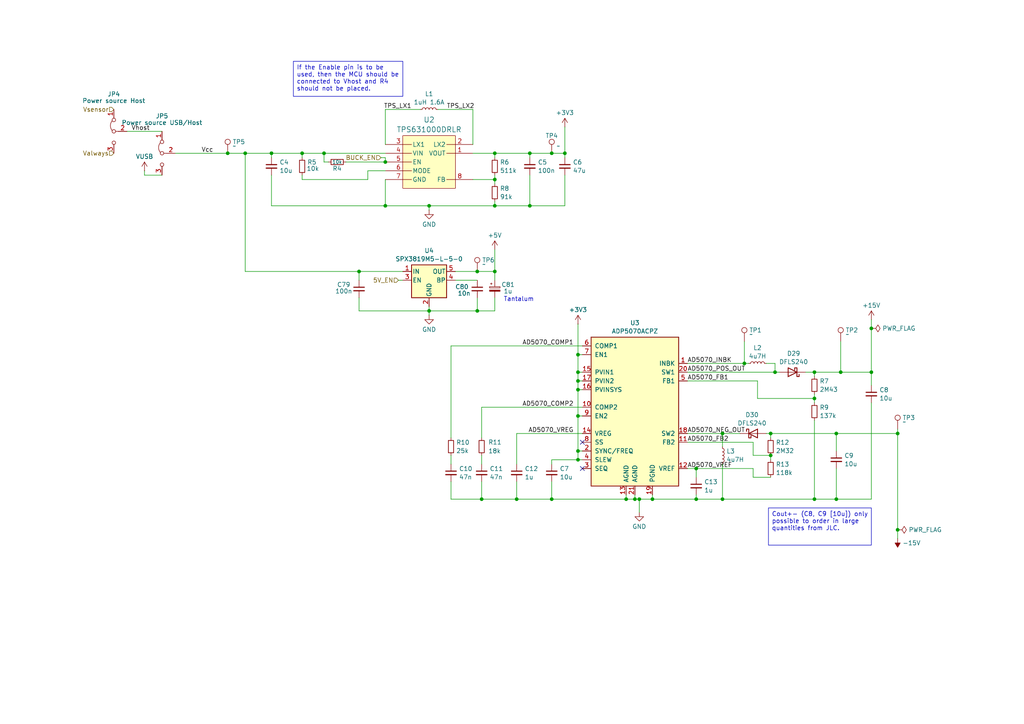
<source format=kicad_sch>
(kicad_sch (version 20250114) (generator "eeschema") (generator_version "9.0")
  (paper "A4")
  (title_block (title "Zoutwachter Measurement-Switch") (date "2025-06-01") (rev "0.3") (company "Avalution Engineering / Pollex"))
  (lib_symbols
    (symbol "Connector:TestPoint" (pin_numbers (hide yes)) (pin_names (offset 0.762) (hide yes))
      (property "Reference" "TP" (at 0 6.858 0))
      (property "Value" "TestPoint" (at 0 5.08 0))
      (symbol "TestPoint_0_1"
        (circle (center 0 3.302) (radius 0.762))
      )
      (symbol "TestPoint_1_1"
        (pin passive line (at 0 0 90) (length 2.54) (name "1") (number "1"))
      )
    )
    (symbol "Device:C_Polarized_Small" (pin_numbers (hide yes)) (pin_names (offset 0.254) (hide yes))
      (property "Reference" "C" (at 0.254 1.778 0))
      (property "Value" "C_Polarized_Small" (at 0.254 -2.032 0))
      (symbol "C_Polarized_Small_0_1"
        (rectangle (start -1.524 0.6858) (end 1.524 0.3048))
        (rectangle (start -1.524 -0.3048) (end 1.524 -0.6858) (fill (type outline)))
        (polyline (pts (xy -1.27 1.524) (xy -0.762 1.524)))
        (polyline (pts (xy -1.016 1.27) (xy -1.016 1.778)))
      )
      (symbol "C_Polarized_Small_1_1"
        (pin passive line (at 0 2.54 270) (length 1.8542) (name "~") (number "1"))
        (pin passive line (at 0 -2.54 90) (length 1.8542) (name "~") (number "2"))
      )
    )
    (symbol "Device:C_Small" (pin_numbers (hide yes)) (pin_names (offset 0.254) (hide yes))
      (property "Reference" "C" (at 0.254 1.778 0))
      (property "Value" "C_Small" (at 0.254 -2.032 0))
      (symbol "C_Small_0_1"
        (polyline (pts (xy -1.524 0.508) (xy 1.524 0.508)) (stroke (width 0.3048)))
        (polyline (pts (xy -1.524 -0.508) (xy 1.524 -0.508)) (stroke (width 0.3302)))
      )
      (symbol "C_Small_1_1"
        (pin passive line (at 0 2.54 270) (length 2.032) (name "~") (number "1"))
        (pin passive line (at 0 -2.54 90) (length 2.032) (name "~") (number "2"))
      )
    )
    (symbol "Device:D_Schottky" (pin_numbers (hide yes)) (pin_names (offset 1.016) (hide yes))
      (property "Reference" "D" (at 0 2.54 0))
      (property "Value" "D_Schottky" (at 0 -2.54 0))
      (symbol "D_Schottky_0_1"
        (polyline (pts (xy -1.905 0.635) (xy -1.905 1.27) (xy -1.27 1.27) (xy -1.27 -1.27) (xy -0.635 -1.27) (xy -0.635 -0.635)) (stroke (width 0.254)))
        (polyline (pts (xy 1.27 1.27) (xy 1.27 -1.27) (xy -1.27 0) (xy 1.27 1.27)) (stroke (width 0.254)))
        (polyline (pts (xy 1.27 0) (xy -1.27 0)))
      )
      (symbol "D_Schottky_1_1"
        (pin passive line (at -3.81 0 0) (length 2.54) (name "K") (number "1"))
        (pin passive line (at 3.81 0 180) (length 2.54) (name "A") (number "2"))
      )
    )
    (symbol "Device:L_Small" (pin_numbers (hide yes)) (pin_names (offset 0.254) (hide yes))
      (property "Reference" "L" (at 0.762 1.016 0))
      (property "Value" "L_Small" (at 0.762 -1.016 0))
      (symbol "L_Small_0_1"
        (arc (start 0 2.032) (mid 0.5058 1.524) (end 0 1.016))
        (arc (start 0 1.016) (mid 0.5058 0.508) (end 0 0))
        (arc (start 0 0) (mid 0.5058 -0.508) (end 0 -1.016))
        (arc (start 0 -1.016) (mid 0.5058 -1.524) (end 0 -2.032))
      )
      (symbol "L_Small_1_1"
        (pin passive line (at 0 2.54 270) (length 0.508) (name "~") (number "1"))
        (pin passive line (at 0 -2.54 90) (length 0.508) (name "~") (number "2"))
      )
    )
    (symbol "Device:R_Small" (pin_numbers (hide yes)) (pin_names (offset 0.254) (hide yes))
      (property "Reference" "R" (at 0 0 90))
      (property "Value" "R_Small" (at 1.778 0 90))
      (symbol "R_Small_0_1"
        (rectangle (start -0.762 1.778) (end 0.762 -1.778) (stroke (width 0.2032)))
      )
      (symbol "R_Small_1_1"
        (pin passive line (at 0 2.54 270) (length 0.762) (name "~") (number "1"))
        (pin passive line (at 0 -2.54 90) (length 0.762) (name "~") (number "2"))
      )
    )
    (symbol "Jumper:Jumper_3_Bridged12" (pin_names (offset 0) (hide yes))
      (property "Reference" "JP" (at -2.54 -2.54 0))
      (property "Value" "Jumper_3_Bridged12" (at 0 2.794 0))
      (symbol "Jumper_3_Bridged12_0_0"
        (circle (center -3.302 0) (radius 0.508))
        (circle (center 0 0) (radius 0.508))
        (circle (center 3.302 0) (radius 0.508))
      )
      (symbol "Jumper_3_Bridged12_0_1"
        (arc (start -3.048 0.508) (mid -1.651 0.9912) (end -0.254 0.508))
        (polyline (pts (xy 0 -1.27) (xy 0 -0.508)))
      )
      (symbol "Jumper_3_Bridged12_1_1"
        (pin passive line (at -6.35 0 0) (length 2.54) (name "A") (number "1"))
        (pin passive line (at 0 -3.81 90) (length 2.54) (name "C") (number "2"))
        (pin passive line (at 6.35 0 180) (length 2.54) (name "B") (number "3"))
      )
    )
    (symbol "Regulator_Linear:SPX3819M5-L-5-0" (pin_names (offset 0.254))
      (property "Reference" "U" (at -3.81 5.715 0))
      (property "Value" "SPX3819M5-L-5-0" (at 0 5.715 0))
      (symbol "SPX3819M5-L-5-0_0_1"
        (rectangle (start -5.08 4.445) (end 5.08 -5.08) (stroke (width 0.254)) (fill (type background)))
      )
      (symbol "SPX3819M5-L-5-0_1_1"
        (pin power_in line (at -7.62 2.54 0) (length 2.54) (name "IN") (number "1"))
        (pin input line (at -7.62 0 0) (length 2.54) (name "EN") (number "3"))
        (pin power_in line (at 0 -7.62 90) (length 2.54) (name "GND") (number "2"))
        (pin power_out line (at 7.62 2.54 180) (length 2.54) (name "OUT") (number "5"))
        (pin input line (at 7.62 0 180) (length 2.54) (name "BP") (number "4"))
      )
    )
    (symbol "TPS631000:TPS631000DRLR" (pin_names (offset 0.254))
      (property "Reference" "U" (at 15.24 8.89 0))
      (property "Value" "TPS631000DRLR" (at 15.24 6.35 0))
      (symbol "TPS631000DRLR_0_1"
        (pin power_in line (at 2.54 1.27 0) (length 7.62) (name "LX1") (number "3"))
        (pin power_in line (at 2.54 -1.27 0) (length 7.62) (name "VIN") (number "4"))
        (pin input line (at 2.54 -3.81 0) (length 7.62) (name "EN") (number "5"))
        (pin input line (at 2.54 -6.35 0) (length 7.62) (name "MODE") (number "6"))
        (pin power_in line (at 2.54 -8.89 0) (length 7.62) (name "GND") (number "7"))
        (pin power_in line (at 27.94 1.27 180) (length 7.62) (name "LX2") (number "2"))
        (pin power_in line (at 27.94 -1.27 180) (length 7.62) (name "VOUT") (number "1"))
        (pin input line (at 27.94 -8.89 180) (length 7.62) (name "FB") (number "8"))
      )
      (symbol "TPS631000DRLR_1_1"
        (rectangle (start 7.62 3.81) (end 22.86 -11.43) (fill (type background)))
      )
    )
    (symbol "custom_library:ADP5070ACPZ" (pin_names (offset 1.016))
      (property "Reference" "U3" (at 0 27.0043 0))
      (property "Value" "ADP5070ACPZ" (at 0 24.5801 0))
      (symbol "ADP5070ACPZ_0_1"
        (rectangle (start -12.7 22.86) (end 12.7 -20.32) (stroke (width 0.254)) (fill (type background)))
      )
      (symbol "ADP5070ACPZ_1_1"
        (pin passive line (at -15.24 20.32 0) (length 2.54) (name "COMP1") (number "6"))
        (pin input line (at -15.24 17.78 0) (length 2.54) (name "EN1") (number "7"))
        (pin power_in line (at -15.24 12.7 0) (length 2.54) (name "PVIN1") (number "15"))
        (pin power_in line (at -15.24 10.16 0) (length 2.54) (name "PVIN2") (number "17"))
        (pin power_in line (at -15.24 7.62 0) (length 2.54) (name "PVINSYS") (number "16"))
        (pin passive line (at -15.24 2.54 0) (length 2.54) (name "COMP2") (number "10"))
        (pin input line (at -15.24 0 0) (length 2.54) (name "EN2") (number "9"))
        (pin output line (at -15.24 -5.08 0) (length 2.54) (name "VREG") (number "14"))
        (pin passive line (at -15.24 -7.62 0) (length 2.54) (name "SS") (number "8"))
        (pin input line (at -15.24 -10.16 0) (length 2.54) (name "SYNC/FREQ") (number "2"))
        (pin input line (at -15.24 -12.7 0) (length 2.54) (name "SLEW") (number "4"))
        (pin input line (at -15.24 -15.24 0) (length 2.54) (name "SEQ") (number "3"))
        (pin power_in line (at -2.54 -22.86 90) (length 2.54) (name "AGND") (number "13"))
        (pin power_in line (at 0 -22.86 90) (length 2.54) (name "AGND") (number "21"))
        (pin power_in line (at 5.08 -22.86 90) (length 2.54) (name "PGND") (number "19"))
        (pin power_out line (at 15.24 15.24 180) (length 2.54) (name "INBK") (number "1"))
        (pin power_out line (at 15.24 12.7 180) (length 2.54) (name "SW1") (number "20"))
        (pin input line (at 15.24 10.16 180) (length 2.54) (name "FB1") (number "5"))
        (pin power_out line (at 15.24 -5.08 180) (length 2.54) (name "SW2") (number "18"))
        (pin input line (at 15.24 -7.62 180) (length 2.54) (name "FB2") (number "11"))
        (pin output line (at 15.24 -15.24 180) (length 2.54) (name "VREF") (number "12"))
      )
    )
    (symbol "power:+15V" (power) (pin_numbers (hide yes)) (pin_names (offset 0) (hide yes))
      (property "Value" "+15V" (at 0 3.556 0))
      (symbol "+15V_0_1"
        (polyline (pts (xy -0.762 1.27) (xy 0 2.54)))
        (polyline (pts (xy 0 2.54) (xy 0.762 1.27)))
        (polyline (pts (xy 0 0) (xy 0 2.54)))
      )
      (symbol "+15V_1_1"
        (pin power_in line (at 0 0 90) (length 0) (name "~") (number "1"))
      )
    )
    (symbol "power:+3V3" (power) (pin_numbers (hide yes)) (pin_names (offset 0) (hide yes))
      (property "Value" "+3V3" (at 0 3.556 0))
      (symbol "+3V3_0_1"
        (polyline (pts (xy -0.762 1.27) (xy 0 2.54)))
        (polyline (pts (xy 0 2.54) (xy 0.762 1.27)))
        (polyline (pts (xy 0 0) (xy 0 2.54)))
      )
      (symbol "+3V3_1_1"
        (pin power_in line (at 0 0 90) (length 0) (name "~") (number "1"))
      )
    )
    (symbol "power:+5V" (power) (pin_numbers (hide yes)) (pin_names (offset 0) (hide yes))
      (property "Value" "+5V" (at 0 3.556 0))
      (symbol "+5V_0_1"
        (polyline (pts (xy -0.762 1.27) (xy 0 2.54)))
        (polyline (pts (xy 0 2.54) (xy 0.762 1.27)))
        (polyline (pts (xy 0 0) (xy 0 2.54)))
      )
      (symbol "+5V_1_1"
        (pin power_in line (at 0 0 90) (length 0) (name "~") (number "1"))
      )
    )
    (symbol "power:-15V" (power) (pin_numbers (hide yes)) (pin_names (offset 0) (hide yes))
      (property "Value" "-15V" (at 0 3.556 0))
      (symbol "-15V_0_0"
        (pin power_in line (at 0 0 90) (length 0) (name "~") (number "1"))
      )
      (symbol "-15V_0_1"
        (polyline (pts (xy 0 0) (xy 0 1.27) (xy 0.762 1.27) (xy 0 2.54) (xy -0.762 1.27) (xy 0 1.27)) (fill (type outline)))
      )
    )
    (symbol "power:GND" (power) (pin_numbers (hide yes)) (pin_names (offset 0) (hide yes))
      (property "Value" "GND" (at 0 -3.81 0))
      (symbol "GND_0_1"
        (polyline (pts (xy 0 0) (xy 0 -1.27) (xy 1.27 -1.27) (xy 0 -2.54) (xy -1.27 -1.27) (xy 0 -1.27)))
      )
      (symbol "GND_1_1"
        (pin power_in line (at 0 0 270) (length 0) (name "~") (number "1"))
      )
    )
    (symbol "power:PWR_FLAG" (power) (pin_numbers (hide yes)) (pin_names (offset 0) (hide yes))
      (property "Value" "PWR_FLAG" (at 0 3.81 0))
      (symbol "PWR_FLAG_0_0"
        (pin power_out line (at 0 0 90) (length 0) (name "~") (number "1"))
      )
      (symbol "PWR_FLAG_0_1"
        (polyline (pts (xy 0 0) (xy 0 1.27) (xy -1.016 1.905) (xy 0 2.54) (xy 1.016 1.905) (xy 0 1.27)))
      )
    )
    (symbol "power:VUSB" (power) (pin_numbers (hide yes)) (pin_names (offset 0) (hide yes))
      (property "Value" "VUSB" (at 0 4.1331 0))
      (symbol "VUSB_0_1"
        (polyline (pts (xy -0.762 1.27) (xy 0 2.54)))
        (polyline (pts (xy 0 2.54) (xy 0.762 1.27)))
        (polyline (pts (xy 0 0) (xy 0 2.54)))
      )
      (symbol "VUSB_1_1"
        (pin power_in line (at 0 0 90) (length 0) (name "VUSB") (number "1"))
      )
    )
  )
  (text "Tantalum" (at 146.05 87.63 0) (effects (font (size 1.27 1.27)) (justify left bottom)))
  (text_box "Cout+- (C8, C9 [10u]) only possible to order in large quantities from JLC. " (at 222.885 147.32 0) (size 29.845 10.795) (margins 0.9525 0.9525 0.9525 0.9525) (effects (font (size 1.27 1.27)) (justify left top)))
  (text_box "If the Enable pin is to be used, then the MCU should be connected to Vhost and R4 should not be placed." (at 85.09 17.78 0) (size 31.75 10.16) (margins 0.9525 0.9525 0.9525 0.9525) (effects (font (size 1.27 1.27)) (justify left top)))
  (junction (at 138.43 78.74))
  (junction (at 163.83 44.45))
  (junction (at 160.02 144.78))
  (junction (at 167.64 130.81))
  (junction (at 143.51 78.74))
  (junction (at 215.9 105.41))
  (junction (at 149.86 144.78))
  (junction (at 252.73 107.95))
  (junction (at 66.04 44.45))
  (junction (at 223.52 132.08))
  (junction (at 260.35 125.73))
  (junction (at 243.84 107.95))
  (junction (at 167.64 110.49))
  (junction (at 153.67 44.45))
  (junction (at 111.76 59.69))
  (junction (at 189.23 144.78))
  (junction (at 209.55 144.78))
  (junction (at 78.74 44.45))
  (junction (at 242.57 144.78))
  (junction (at 201.93 135.89))
  (junction (at 160.02 44.45))
  (junction (at 71.12 44.45))
  (junction (at 124.46 90.17))
  (junction (at 224.79 107.95))
  (junction (at 138.43 90.17))
  (junction (at 143.51 44.45))
  (junction (at 236.22 107.95))
  (junction (at 139.7 144.78))
  (junction (at 223.52 125.73))
  (junction (at 252.73 95.25))
  (junction (at 93.98 44.45))
  (junction (at 181.61 144.78))
  (junction (at 242.57 125.73))
  (junction (at 111.76 46.99))
  (junction (at 184.15 144.78))
  (junction (at 167.64 113.03))
  (junction (at 201.93 144.78))
  (junction (at 143.51 59.69))
  (junction (at 167.64 107.95))
  (junction (at 124.46 59.69))
  (junction (at 87.63 44.45))
  (junction (at 167.64 120.65))
  (junction (at 153.67 59.69))
  (junction (at 236.22 144.78))
  (junction (at 104.14 78.74))
  (junction (at 236.22 115.57))
  (junction (at 167.64 133.35))
  (junction (at 209.55 125.73))
  (junction (at 167.64 102.87))
  (junction (at 143.51 52.07))
  (junction (at 185.42 144.78))
  (junction (at 260.35 153.67))
  (no_connect (at 168.91 135.89))
  (no_connect (at 168.91 128.27))
  (wire (pts (xy 236.22 144.78) (xy 209.55 144.78)))
  (wire (pts (xy 168.91 130.81) (xy 167.64 130.81)))
  (wire (pts (xy 153.67 59.69) (xy 143.51 59.69)))
  (wire (pts (xy 143.51 59.69) (xy 124.46 59.69)))
  (wire (pts (xy 124.46 59.69) (xy 111.76 59.69)))
  (wire (pts (xy 104.14 78.74) (xy 116.84 78.74)))
  (wire (pts (xy 236.22 115.57) (xy 236.22 116.84)))
  (wire (pts (xy 163.83 45.72) (xy 163.83 44.45)))
  (wire (pts (xy 78.74 44.45) (xy 78.74 45.72)))
  (wire (pts (xy 199.39 110.49) (xy 219.71 110.49)))
  (wire (pts (xy 130.81 139.7) (xy 130.81 144.78)))
  (wire (pts (xy 160.02 144.78) (xy 181.61 144.78)))
  (wire (pts (xy 184.15 143.51) (xy 184.15 144.78)))
  (wire (pts (xy 139.7 144.78) (xy 149.86 144.78)))
  (wire (pts (xy 124.46 90.17) (xy 124.46 91.44)))
  (wire (pts (xy 223.52 132.08) (xy 223.52 133.35)))
  (wire (pts (xy 110.49 45.72) (xy 111.76 45.72)))
  (wire (pts (xy 143.51 52.07) (xy 137.16 52.07)))
  (wire (pts (xy 201.93 135.89) (xy 218.44 135.89)))
  (wire (pts (xy 167.64 113.03) (xy 167.64 120.65)))
  (wire (pts (xy 160.02 44.45) (xy 163.83 44.45)))
  (wire (pts (xy 138.43 86.36) (xy 138.43 90.17)))
  (wire (pts (xy 185.42 144.78) (xy 189.23 144.78)))
  (wire (pts (xy 201.93 143.51) (xy 201.93 144.78)))
  (wire (pts (xy 93.98 44.45) (xy 93.98 46.99)))
  (wire (pts (xy 218.44 135.89) (xy 218.44 138.43)))
  (wire (pts (xy 168.91 118.11) (xy 139.7 118.11)))
  (wire (pts (xy 41.91 50.8) (xy 46.99 50.8)))
  (wire (pts (xy 130.81 144.78) (xy 139.7 144.78)))
  (wire (pts (xy 143.51 50.8) (xy 143.51 52.07)))
  (wire (pts (xy 242.57 125.73) (xy 260.35 125.73)))
  (wire (pts (xy 143.51 44.45) (xy 153.67 44.45)))
  (wire (pts (xy 199.39 107.95) (xy 224.79 107.95)))
  (wire (pts (xy 260.35 153.67) (xy 260.35 156.21)))
  (wire (pts (xy 104.14 86.36) (xy 104.14 90.17)))
  (wire (pts (xy 236.22 107.95) (xy 243.84 107.95)))
  (wire (pts (xy 143.51 44.45) (xy 137.16 44.45)))
  (wire (pts (xy 160.02 134.62) (xy 160.02 133.35)))
  (wire (pts (xy 219.71 110.49) (xy 219.71 115.57)))
  (wire (pts (xy 87.63 52.07) (xy 106.68 52.07)))
  (wire (pts (xy 201.93 135.89) (xy 201.93 138.43)))
  (wire (pts (xy 143.51 78.74) (xy 143.51 81.28)))
  (wire (pts (xy 167.64 113.03) (xy 167.64 110.49)))
  (wire (pts (xy 209.55 144.78) (xy 201.93 144.78)))
  (wire (pts (xy 243.84 99.06) (xy 243.84 107.95)))
  (wire (pts (xy 111.76 31.75) (xy 121.92 31.75)))
  (wire (pts (xy 71.12 44.45) (xy 71.12 78.74)))
  (wire (pts (xy 149.86 139.7) (xy 149.86 144.78)))
  (wire (pts (xy 124.46 88.9) (xy 124.46 90.17)))
  (wire (pts (xy 149.86 125.73) (xy 149.86 134.62)))
  (wire (pts (xy 224.79 105.41) (xy 224.79 107.95)))
  (wire (pts (xy 87.63 44.45) (xy 93.98 44.45)))
  (wire (pts (xy 236.22 109.22) (xy 236.22 107.95)))
  (wire (pts (xy 143.51 86.36) (xy 143.51 90.17)))
  (wire (pts (xy 143.51 53.34) (xy 143.51 52.07)))
  (wire (pts (xy 143.51 59.69) (xy 143.51 58.42)))
  (wire (pts (xy 153.67 44.45) (xy 153.67 45.72)))
  (wire (pts (xy 189.23 144.78) (xy 189.23 143.51)))
  (wire (pts (xy 87.63 44.45) (xy 87.63 45.72)))
  (wire (pts (xy 236.22 114.3) (xy 236.22 115.57)))
  (wire (pts (xy 138.43 90.17) (xy 124.46 90.17)))
  (wire (pts (xy 185.42 144.78) (xy 185.42 148.59)))
  (wire (pts (xy 87.63 52.07) (xy 87.63 50.8)))
  (wire (pts (xy 236.22 121.92) (xy 236.22 144.78)))
  (wire (pts (xy 219.71 115.57) (xy 236.22 115.57)))
  (wire (pts (xy 167.64 133.35) (xy 167.64 130.81)))
  (wire (pts (xy 160.02 133.35) (xy 167.64 133.35)))
  (wire (pts (xy 199.39 105.41) (xy 215.9 105.41)))
  (wire (pts (xy 252.73 95.25) (xy 252.73 92.71)))
  (wire (pts (xy 252.73 107.95) (xy 252.73 111.76)))
  (wire (pts (xy 168.91 113.03) (xy 167.64 113.03)))
  (wire (pts (xy 104.14 78.74) (xy 71.12 78.74)))
  (wire (pts (xy 168.91 102.87) (xy 167.64 102.87)))
  (wire (pts (xy 71.12 44.45) (xy 78.74 44.45)))
  (wire (pts (xy 143.51 45.72) (xy 143.51 44.45)))
  (wire (pts (xy 168.91 110.49) (xy 167.64 110.49)))
  (wire (pts (xy 242.57 144.78) (xy 252.73 144.78)))
  (wire (pts (xy 184.15 144.78) (xy 185.42 144.78)))
  (wire (pts (xy 201.93 144.78) (xy 189.23 144.78)))
  (wire (pts (xy 218.44 138.43) (xy 223.52 138.43)))
  (wire (pts (xy 167.64 110.49) (xy 167.64 107.95)))
  (wire (pts (xy 66.04 44.45) (xy 71.12 44.45)))
  (wire (pts (xy 163.83 59.69) (xy 153.67 59.69)))
  (wire (pts (xy 100.33 46.99) (xy 111.76 46.99)))
  (wire (pts (xy 124.46 60.96) (xy 124.46 59.69)))
  (wire (pts (xy 111.76 45.72) (xy 111.76 46.99)))
  (wire (pts (xy 167.64 102.87) (xy 167.64 107.95)))
  (wire (pts (xy 218.44 132.08) (xy 223.52 132.08)))
  (wire (pts (xy 224.79 105.41) (xy 222.25 105.41)))
  (wire (pts (xy 139.7 132.08) (xy 139.7 134.62)))
  (wire (pts (xy 167.64 107.95) (xy 168.91 107.95)))
  (wire (pts (xy 223.52 125.73) (xy 242.57 125.73)))
  (wire (pts (xy 163.83 50.8) (xy 163.83 59.69)))
  (wire (pts (xy 260.35 124.46) (xy 260.35 125.73)))
  (wire (pts (xy 209.55 125.73) (xy 209.55 129.54)))
  (wire (pts (xy 153.67 50.8) (xy 153.67 59.69)))
  (wire (pts (xy 149.86 125.73) (xy 168.91 125.73)))
  (wire (pts (xy 41.91 49.53) (xy 41.91 50.8)))
  (wire (pts (xy 143.51 72.39) (xy 143.51 78.74)))
  (wire (pts (xy 224.79 107.95) (xy 226.06 107.95)))
  (wire (pts (xy 93.98 46.99) (xy 95.25 46.99)))
  (wire (pts (xy 111.76 41.91) (xy 111.76 31.75)))
  (wire (pts (xy 130.81 100.33) (xy 168.91 100.33)))
  (wire (pts (xy 132.08 78.74) (xy 138.43 78.74)))
  (wire (pts (xy 127 31.75) (xy 137.16 31.75)))
  (wire (pts (xy 260.35 125.73) (xy 260.35 153.67)))
  (wire (pts (xy 139.7 139.7) (xy 139.7 144.78)))
  (wire (pts (xy 167.64 120.65) (xy 167.64 130.81)))
  (wire (pts (xy 36.83 38.1) (xy 46.99 38.1)))
  (wire (pts (xy 199.39 135.89) (xy 201.93 135.89)))
  (wire (pts (xy 104.14 90.17) (xy 124.46 90.17)))
  (wire (pts (xy 116.84 81.28) (xy 115.57 81.28)))
  (wire (pts (xy 218.44 128.27) (xy 218.44 132.08)))
  (wire (pts (xy 223.52 127) (xy 223.52 125.73)))
  (wire (pts (xy 167.64 120.65) (xy 168.91 120.65)))
  (wire (pts (xy 243.84 107.95) (xy 252.73 107.95)))
  (wire (pts (xy 209.55 134.62) (xy 209.55 144.78)))
  (wire (pts (xy 138.43 78.74) (xy 143.51 78.74)))
  (wire (pts (xy 78.74 44.45) (xy 87.63 44.45)))
  (wire (pts (xy 163.83 36.83) (xy 163.83 44.45)))
  (wire (pts (xy 50.8 44.45) (xy 66.04 44.45)))
  (wire (pts (xy 242.57 135.89) (xy 242.57 144.78)))
  (wire (pts (xy 160.02 44.45) (xy 153.67 44.45)))
  (wire (pts (xy 111.76 52.07) (xy 111.76 59.69)))
  (wire (pts (xy 215.9 99.06) (xy 215.9 105.41)))
  (wire (pts (xy 209.55 125.73) (xy 214.63 125.73)))
  (wire (pts (xy 132.08 81.28) (xy 138.43 81.28)))
  (wire (pts (xy 215.9 105.41) (xy 217.17 105.41)))
  (wire (pts (xy 199.39 125.73) (xy 209.55 125.73)))
  (wire (pts (xy 181.61 143.51) (xy 181.61 144.78)))
  (wire (pts (xy 252.73 116.84) (xy 252.73 144.78)))
  (wire (pts (xy 93.98 44.45) (xy 111.76 44.45)))
  (wire (pts (xy 78.74 50.8) (xy 78.74 59.69)))
  (wire (pts (xy 143.51 90.17) (xy 138.43 90.17)))
  (wire (pts (xy 137.16 31.75) (xy 137.16 41.91)))
  (wire (pts (xy 223.52 125.73) (xy 222.25 125.73)))
  (wire (pts (xy 242.57 125.73) (xy 242.57 130.81)))
  (wire (pts (xy 168.91 133.35) (xy 167.64 133.35)))
  (wire (pts (xy 149.86 144.78) (xy 160.02 144.78)))
  (wire (pts (xy 160.02 139.7) (xy 160.02 144.78)))
  (wire (pts (xy 199.39 128.27) (xy 218.44 128.27)))
  (wire (pts (xy 78.74 59.69) (xy 111.76 59.69)))
  (wire (pts (xy 130.81 127) (xy 130.81 100.33)))
  (wire (pts (xy 130.81 132.08) (xy 130.81 134.62)))
  (wire (pts (xy 104.14 81.28) (xy 104.14 78.74)))
  (wire (pts (xy 167.64 93.98) (xy 167.64 102.87)))
  (wire (pts (xy 106.68 52.07) (xy 106.68 49.53)))
  (wire (pts (xy 236.22 144.78) (xy 242.57 144.78)))
  (wire (pts (xy 139.7 118.11) (xy 139.7 127)))
  (wire (pts (xy 252.73 95.25) (xy 252.73 107.95)))
  (wire (pts (xy 106.68 49.53) (xy 111.76 49.53)))
  (wire (pts (xy 236.22 107.95) (xy 233.68 107.95)))
  (wire (pts (xy 181.61 144.78) (xy 184.15 144.78)))
  (label "TPS_LX1" (at 119.38 31.75 180))
  (label "AD5070_VREG" (at 166.37 125.73 180))
  (label "AD5070_FB1" (at 199.39 110.49 0))
  (label "AD5070_COMP1" (at 166.37 100.33 180))
  (label "Vcc" (at 58.42 44.45 0))
  (label "AD5070_POS_OUT" (at 199.39 107.95 0))
  (label "AD5070_INBK" (at 199.39 105.41 0))
  (label "AD5070_NEG_OUT" (at 199.39 125.73 0))
  (label "AD5070_FB2" (at 199.39 128.27 0))
  (label "Vhost" (at 38.1 38.1 0))
  (label "AD5070_VREF" (at 199.39 135.89 0))
  (label "AD5070_COMP2" (at 166.37 118.11 180))
  (label "TPS_LX2" (at 129.54 31.75 0))
  (hierarchical_label "Vsensor" (shape input) (at 33.02 31.75 180))
  (hierarchical_label "BUCK_EN" (shape input) (at 110.49 45.72 180))
  (hierarchical_label "5V_EN" (shape input) (at 115.57 81.28 180))
  (hierarchical_label "Valways" (shape input) (at 33.02 44.45 180))
  (symbol (lib_id "Device:R_Small") (at 130.81 129.54 0) (unit 1)
    (property "Reference" "R10" (at 132.3086 128.3279 0) (effects (justify left)))
    (property "Value" "25k" (at 132.3086 130.7521 0) (effects (justify left)))
    (property "Footprint" "Resistor_SMD:R_0603_1608Metric" (effects (hide yes)))
    (property "LCSC MFR" "Viking Tech" (effects (hide yes)))
    (property "LCSC MFR #" "AR03BTCX2502" (effects (hide yes)))
    (property "LCSC Part #" "C2828637" (effects (hide yes)))
  )
  (symbol (lib_id "Device:R_Small") (at 143.51 48.26 0) (unit 1)
    (property "Reference" "R6" (at 145.0086 47.0479 0) (effects (justify left)))
    (property "Value" "511k" (at 145.0086 49.4721 0) (effects (justify left)))
    (property "Footprint" "Resistor_SMD:R_0603_1608Metric" (effects (hide yes)))
    (property "LCSC MFR" "YAGEO" (effects (hide yes)))
    (property "LCSC MFR #" "RC0603FR-07511KL" (effects (hide yes)))
    (property "LCSC Part #" "C188257" (effects (hide yes)))
  )
  (symbol (lib_id "power:PWR_FLAG") (at 252.73 95.25 270) (unit 1)
    (property "Reference" "#FLG04" (effects (hide yes)))
    (property "Value" "PWR_FLAG" (at 255.905 95.25 90) (effects (justify left)))
    (property "Description" "Special symbol for telling ERC where power comes from" (effects (hide yes)))
  )
  (symbol (lib_id "Device:C_Small") (at 160.02 137.16 0) (unit 1)
    (property "Reference" "C7" (at 162.3441 135.9542 0) (effects (justify left)))
    (property "Value" "10u" (at 162.3441 138.3784 0) (effects (justify left)))
    (property "Footprint" "Capacitor_SMD:C_1206_3216Metric" (effects (hide yes)))
    (property "LCSC MFR" "Taiyo Yuden" (effects (hide yes)))
    (property "LCSC MFR #" "TMK316B7106KL-TD" (effects (hide yes)))
    (property "LCSC Part #" "C92831" (effects (hide yes)))
  )
  (symbol (lib_id "Connector:TestPoint") (at 160.02 44.45 0) (unit 1)
    (property "Reference" "TP4" (at 160.02 39.37 0))
    (property "Value" "~" (at 161.417 42.3601 0) (effects (justify left)))
    (property "Footprint" "TestPoint:TestPoint_Pad_D1.5mm" (effects (hide yes)))
    (property "LCSC MFR" "-" (effects (hide yes)))
    (property "LCSC MFR #" "-" (effects (hide yes)))
    (property "LCSC Part #" "-" (effects (hide yes)))
  )
  (symbol (lib_id "Device:C_Small") (at 242.57 133.35 0) (unit 1)
    (property "Reference" "C9" (at 244.8941 132.1442 0) (effects (justify left)))
    (property "Value" "10u" (at 244.8941 134.5684 0) (effects (justify left)))
    (property "Footprint" "Capacitor_SMD:C_1210_3225Metric" (effects (hide yes)))
    (property "LCSC MFR" "Murata Electronics" (effects (hide yes)))
    (property "LCSC MFR #" "GRM32ER71H106KA12L" (effects (hide yes)))
    (property "LCSC Part #" "C77102" (effects (hide yes)))
  )
  (symbol (lib_id "power:+3V3") (at 167.64 93.98 0) (unit 1)
    (property "Reference" "#PWR015" (effects (hide yes)))
    (property "Value" "+3V3" (at 167.64 89.8469 0))
    (property "Description" "Power symbol creates a global label with name \"+3V3\"" (effects (hide yes)))
  )
  (symbol (lib_id "Device:C_Small") (at 78.74 48.26 0) (unit 1)
    (property "Reference" "C4" (at 81.0641 47.0542 0) (effects (justify left)))
    (property "Value" "10u" (at 81.0641 49.4784 0) (effects (justify left)))
    (property "Footprint" "Capacitor_SMD:C_1206_3216Metric" (effects (hide yes)))
    (property "LCSC MFR" "Taiyo Yuden" (effects (hide yes)))
    (property "LCSC MFR #" "TMK316B7106KL-TD" (effects (hide yes)))
    (property "LCSC Part #" "C92831" (effects (hide yes)))
  )
  (symbol (lib_id "Device:R_Small") (at 236.22 111.76 0) (unit 1)
    (property "Reference" "R7" (at 237.7186 110.5479 0) (effects (justify left)))
    (property "Value" "2M43" (at 237.7186 112.9721 0) (effects (justify left)))
    (property "Footprint" "Resistor_SMD:R_0805_2012Metric" (effects (hide yes)))
    (property "LCSC MFR" "YAGEO" (effects (hide yes)))
    (property "LCSC MFR #" "RC0805FR-072M43L" (effects (hide yes)))
    (property "LCSC Part #" "C483044" (effects (hide yes)))
  )
  (symbol (lib_id "Device:C_Small") (at 130.81 137.16 0) (unit 1)
    (property "Reference" "C10" (at 133.1341 135.9542 0) (effects (justify left)))
    (property "Value" "47n" (at 133.1341 138.3784 0) (effects (justify left)))
    (property "Footprint" "Capacitor_SMD:C_0603_1608Metric" (effects (hide yes)))
    (property "LCSC MFR" "Murata Electronics" (effects (hide yes)))
    (property "LCSC MFR #" "GRM188R71E473KAAKD" (effects (hide yes)))
    (property "LCSC Part #" "C521232" (effects (hide yes)))
  )
  (symbol (lib_id "Device:C_Small") (at 201.93 140.97 0) (unit 1)
    (property "Reference" "C13" (at 204.2541 139.7642 0) (effects (justify left)))
    (property "Value" "1u" (at 204.2541 142.1884 0) (effects (justify left)))
    (property "Footprint" "Capacitor_SMD:C_0603_1608Metric" (effects (hide yes)))
    (property "LCSC MFR" "Murata Electronics" (effects (hide yes)))
    (property "LCSC MFR #" "GRM188R71E105KA12D" (effects (hide yes)))
    (property "LCSC Part #" "C86020" (effects (hide yes)))
  )
  (symbol (lib_id "power:VUSB") (at 41.91 49.53 0) (unit 1)
    (property "Reference" "#PWR050" (effects (hide yes)))
    (property "Value" "VUSB" (at 41.91 45.3969 0))
  )
  (symbol (lib_id "Device:R_Small") (at 97.79 46.99 90) (unit 1)
    (property "Reference" "R4" (at 97.79 48.895 90))
    (property "Value" "10k" (at 97.79 46.99 90) (effects (font (size 1 1))))
    (property "Footprint" "Resistor_SMD:R_0603_1608Metric" (effects (hide yes)))
    (property "LCSC MFR" "UNI-ROYAL(Uniroyal Elec)" (effects (hide yes)))
    (property "LCSC MFR #" "0603WAF1002T5E" (effects (hide yes)))
    (property "LCSC Part #" "C25804" (effects (hide yes)))
  )
  (symbol (lib_id "Device:C_Small") (at 139.7 137.16 0) (unit 1)
    (property "Reference" "C11" (at 142.0241 135.9542 0) (effects (justify left)))
    (property "Value" "47n" (at 142.0241 138.3784 0) (effects (justify left)))
    (property "Footprint" "Capacitor_SMD:C_0603_1608Metric" (effects (hide yes)))
    (property "LCSC MFR" "Murata Electronics" (effects (hide yes)))
    (property "LCSC MFR #" "GRM188R71E473KAAKD" (effects (hide yes)))
    (property "LCSC Part #" "C521232" (effects (hide yes)))
  )
  (symbol (lib_id "Device:R_Small") (at 87.63 48.26 0) (unit 1)
    (property "Reference" "R5" (at 89.1286 47.0479 0) (effects (justify left)))
    (property "Value" "10k" (at 88.9 48.895 0) (effects (justify left)))
    (property "Footprint" "Resistor_SMD:R_0603_1608Metric" (effects (hide yes)))
    (property "LCSC MFR" "UNI-ROYAL(Uniroyal Elec)" (effects (hide yes)))
    (property "LCSC MFR #" "0603WAF1002T5E" (effects (hide yes)))
    (property "LCSC Part #" "C25804" (effects (hide yes)))
  )
  (symbol (lib_id "Device:C_Small") (at 149.86 137.16 0) (unit 1)
    (property "Reference" "C12" (at 152.1841 135.9542 0) (effects (justify left)))
    (property "Value" "1u" (at 152.1841 138.3784 0) (effects (justify left)))
    (property "Footprint" "Capacitor_SMD:C_0603_1608Metric" (effects (hide yes)))
    (property "LCSC MFR" "Murata Electronics" (effects (hide yes)))
    (property "LCSC MFR #" "GRM188R71E105KA12D" (effects (hide yes)))
    (property "LCSC Part #" "C86020" (effects (hide yes)))
  )
  (symbol (lib_id "Device:C_Small") (at 163.83 48.26 0) (unit 1)
    (property "Reference" "C6" (at 166.1541 47.0542 0) (effects (justify left)))
    (property "Value" "47u" (at 166.1541 49.4784 0) (effects (justify left)))
    (property "Footprint" "Capacitor_SMD:C_0603_1608Metric" (effects (hide yes)))
    (property "LCSC MFR" "Samsung Electro-Mechanics" (effects (hide yes)))
    (property "LCSC MFR #" "CL10A476MQ8QRNC" (effects (hide yes)))
    (property "LCSC Part #" "C730416" (effects (hide yes)))
  )
  (symbol (lib_id "Device:L_Small") (at 124.46 31.75 90) (unit 1)
    (property "Reference" "L1" (at 124.46 27.2269 90))
    (property "Value" "1uH 1.6A" (at 124.46 29.6511 90))
    (property "Footprint" "Inductor_SMD:L_0603_1608Metric" (effects (hide yes)))
    (property "LCSC MFR" "Murata Electronics" (effects (hide yes)))
    (property "LCSC MFR #" "DFE18SAN1R0ME0L" (effects (hide yes)))
    (property "LCSC Part #" "C2044564" (effects (hide yes)))
  )
  (symbol (lib_id "power:PWR_FLAG") (at 260.35 153.67 270) (unit 1)
    (property "Reference" "#FLG05" (effects (hide yes)))
    (property "Value" "PWR_FLAG" (at 263.525 153.67 90) (effects (justify left)))
    (property "Description" "Special symbol for telling ERC where power comes from" (effects (hide yes)))
  )
  (symbol (lib_id "Device:C_Small") (at 153.67 48.26 0) (unit 1)
    (property "Reference" "C5" (at 155.9941 47.0542 0) (effects (justify left)))
    (property "Value" "100n" (at 155.9941 49.4784 0) (effects (justify left)))
    (property "Footprint" "Capacitor_SMD:C_0603_1608Metric" (effects (hide yes)))
    (property "LCSC MFR" "YAGEO" (effects (hide yes)))
    (property "LCSC MFR #" "CC0603KRX7R9BB104" (effects (hide yes)))
    (property "LCSC Part #" "C14663" (effects (hide yes)))
  )
  (symbol (lib_id "Device:R_Small") (at 139.7 129.54 0) (unit 1)
    (property "Reference" "R11" (at 141.605 128.27 0) (effects (justify left)))
    (property "Value" "18k" (at 141.605 130.81 0) (effects (justify left)))
    (property "Footprint" "Resistor_SMD:R_0603_1608Metric" (effects (hide yes)))
    (property "LCSC MFR" "UNI-ROYAL(Uniroyal Elec)" (effects (hide yes)))
    (property "LCSC MFR #" "0603WAF1802T5E" (effects (hide yes)))
    (property "LCSC Part #" "C25810" (effects (hide yes)))
  )
  (symbol (lib_id "Device:R_Small") (at 236.22 119.38 0) (unit 1)
    (property "Reference" "R9" (at 237.7186 118.1679 0) (effects (justify left)))
    (property "Value" "137k" (at 237.7186 120.5921 0) (effects (justify left)))
    (property "Footprint" "Resistor_SMD:R_0603_1608Metric" (effects (hide yes)))
    (property "LCSC MFR" "YAGEO" (effects (hide yes)))
    (property "LCSC MFR #" "RC0603FR-07137KL" (effects (hide yes)))
    (property "LCSC Part #" "C137797" (effects (hide yes)))
  )
  (symbol (lib_id "Device:C_Small") (at 138.43 83.82 0) (unit 1)
    (property "Reference" "C80" (at 133.985 83.185 0))
    (property "Value" "10n" (at 134.62 85.09 0))
    (property "Footprint" "Capacitor_SMD:C_0603_1608Metric" (effects (hide yes)))
    (property "LCSC MFR" "FH (Guangdong Fenghua Advanced Tech)" (effects (hide yes)))
    (property "LCSC MFR #" "0603B103K500NT" (effects (hide yes)))
    (property "LCSC Part #" "C57112" (effects (hide yes)))
  )
  (symbol (lib_id "Jumper:Jumper_3_Bridged12") (at 33.02 38.1 90) (mirror x) (unit 1)
    (property "Reference" "JP4" (at 33.02 27.305 90))
    (property "Value" "Power source Host" (at 33.02 29.21 90))
    (property "Footprint" "Connector_PinHeader_2.54mm:PinHeader_1x03_P2.54mm_Vertical" (effects (hide yes)))
  )
  (symbol (lib_id "Device:L_Small") (at 209.55 132.08 0) (unit 1)
    (property "Reference" "L3" (at 210.6908 130.8679 0) (effects (justify left)))
    (property "Value" "4u7H" (at 210.6908 133.2921 0) (effects (justify left)))
    (property "Footprint" "Inductor_SMD:L_Wuerth_MAPI-4030" (effects (hide yes)))
    (property "LCSC MFR" "WURTH ELEKTRONIK" (effects (hide yes)))
    (property "LCSC MFR #" "74438357047" (effects (hide yes)))
    (property "LCSC Part #" "C9900037470" (effects (hide yes)))
  )
  (symbol (lib_id "power:+5V") (at 143.51 72.39 0) (unit 1)
    (property "Reference" "#PWR024" (effects (hide yes)))
    (property "Value" "+5V" (at 143.51 68.2569 0))
  )
  (symbol (lib_id "Device:L_Small") (at 219.71 105.41 90) (unit 1)
    (property "Reference" "L2" (at 219.71 100.8869 90))
    (property "Value" "4u7H" (at 219.71 103.3111 90))
    (property "Footprint" "Inductor_SMD:L_Wuerth_MAPI-4030" (effects (hide yes)))
    (property "LCSC MFR" "WURTH ELEKTRONIK" (effects (hide yes)))
    (property "LCSC MFR #" "74438357047" (effects (hide yes)))
    (property "LCSC Part #" "C9900037470" (effects (hide yes)))
  )
  (symbol (lib_id "Device:C_Small") (at 252.73 114.3 0) (unit 1)
    (property "Reference" "C8" (at 255.0541 113.0942 0) (effects (justify left)))
    (property "Value" "10u" (at 255.0541 115.5184 0) (effects (justify left)))
    (property "Footprint" "Capacitor_SMD:C_1210_3225Metric" (effects (hide yes)))
    (property "LCSC MFR" "Murata Electronics" (effects (hide yes)))
    (property "LCSC MFR #" "GRM32ER71H106KA12L" (effects (hide yes)))
    (property "LCSC Part #" "C77102" (effects (hide yes)))
  )
  (symbol (lib_id "Connector:TestPoint") (at 138.43 78.74 0) (unit 1)
    (property "Reference" "TP6" (at 139.827 75.438 0) (effects (justify left)))
    (property "Value" "~" (at 139.827 76.6501 0) (effects (justify left)))
    (property "Footprint" "TestPoint:TestPoint_Pad_D1.5mm" (effects (hide yes)))
    (property "LCSC MFR" "-" (effects (hide yes)))
    (property "LCSC MFR #" "-" (effects (hide yes)))
    (property "LCSC Part #" "-" (effects (hide yes)))
  )
  (symbol (lib_id "Regulator_Linear:SPX3819M5-L-5-0") (at 124.46 81.28 0) (unit 1)
    (property "Reference" "U4" (at 124.46 72.6907 0))
    (property "Value" "SPX3819M5-L-5-0" (at 124.46 75.1149 0))
    (property "Footprint" "Package_TO_SOT_SMD:SOT-23-5" (effects (hide yes)))
    (property "Datasheet" "https://www.exar.com/content/document.ashx?id=22106&languageid=1033&type=Datasheet&partnumber=SPX3819&filename=SPX3819.pdf&part=SPX3819" (effects (hide yes)))
    (property "LCSC MFR" "MaxLinear" (effects (hide yes)))
    (property "LCSC MFR #" "SPX3819M5-L-5-0/TR" (effects (hide yes)))
    (property "LCSC Part #" "C13417" (effects (hide yes)))
  )
  (symbol (lib_id "power:+3V3") (at 163.83 36.83 0) (unit 1)
    (property "Reference" "#PWR017" (effects (hide yes)))
    (property "Value" "+3V3" (at 163.83 32.6969 0))
    (property "Description" "Power symbol creates a global label with name \"+3V3\"" (effects (hide yes)))
  )
  (symbol (lib_id "Device:R_Small") (at 143.51 55.88 180) (unit 1)
    (property "Reference" "R8" (at 145.0086 54.6679 0) (effects (justify right)))
    (property "Value" "91k" (at 145.0086 57.0921 0) (effects (justify right)))
    (property "Footprint" "Resistor_SMD:R_0603_1608Metric" (effects (hide yes)))
    (property "LCSC MFR" "YAGEO" (effects (hide yes)))
    (property "LCSC MFR #" "AC0603FR-0791KL" (effects (hide yes)))
    (property "LCSC Part #" "C228098" (effects (hide yes)))
  )
  (symbol (lib_id "Device:C_Small") (at 104.14 83.82 0) (unit 1)
    (property "Reference" "C79" (at 99.695 82.55 0))
    (property "Value" "100n" (at 99.695 84.455 0))
    (property "Footprint" "Capacitor_SMD:C_0603_1608Metric" (effects (hide yes)))
    (property "LCSC MFR" "YAGEO" (effects (hide yes)))
    (property "LCSC MFR #" "CC0603KRX7R9BB104" (effects (hide yes)))
    (property "LCSC Part #" "C14663" (effects (hide yes)))
  )
  (symbol (lib_id "Device:D_Schottky") (at 218.44 125.73 0) (unit 1)
    (property "Reference" "D30" (at 218.1225 120.3157 0))
    (property "Value" "DFLS240" (at 218.1225 122.7399 0))
    (property "Footprint" "Diode_SMD:D_PowerDI-123" (effects (hide yes)))
    (property "LCSC MFR" "Diodes Inc." (effects (hide yes)))
    (property "LCSC MFR #" "﻿DFLS240" (effects (hide yes)))
    (property "LCSC Part #" "C124195" (effects (hide yes)))
  )
  (symbol (lib_id "custom_library:ADP5070ACPZ") (at 184.15 120.65 0) (unit 1)
    (property "Reference" "U3" (at 184.15 93.6457 0))
    (property "Value" "ADP5070ACPZ" (at 184.15 96.0699 0))
    (property "Footprint" "Package_CSP:LFCSP-20-1EP_4x4mm_P0.5mm_EP2.6x2.6mm" (effects (hide yes)))
    (property "Datasheet" "https://www.analog.com/media/en/technical-documentation/data-sheets/ADP5070.pdf" (effects (hide yes)))
    (property "LCSC Part #" "C659268" (effects (hide yes)))
    (property "LCSC MFR" "Analog Devices " (effects (hide yes)))
    (property "LCSC MFR #" "ADP5070ACPZ-R7" (effects (hide yes)))
  )
  (symbol (lib_id "TPS631000:TPS631000DRLR") (at 109.22 43.18 0) (unit 1)
    (property "Reference" "U2" (at 124.46 34.7398 0) (effects (font (size 1.524 1.524))))
    (property "Value" "TPS631000DRLR" (at 124.46 37.5726 0) (effects (font (size 1.524 1.524))))
    (property "Footprint" "ul_TPS631000DRLR:TPS631000DRLR_TEX" (effects (hide yes)))
    (property "LCSC MFR" "TEXAS INSTRUMENTS" (effects (hide yes)))
    (property "LCSC MFR #" "TPS631000DRLR" (effects (hide yes)))
    (property "LCSC Part #" "C5219190" (effects (hide yes)))
  )
  (symbol (lib_id "Connector:TestPoint") (at 215.9 99.06 0) (unit 1)
    (property "Reference" "TP1" (at 217.297 95.758 0) (effects (justify left)))
    (property "Value" "~" (at 217.297 96.9701 0) (effects (justify left)))
    (property "Footprint" "TestPoint:TestPoint_Pad_D1.5mm" (effects (hide yes)))
    (property "LCSC MFR" "-" (effects (hide yes)))
    (property "LCSC MFR #" "-" (effects (hide yes)))
    (property "LCSC Part #" "-" (effects (hide yes)))
  )
  (symbol (lib_id "power:GND") (at 124.46 60.96 0) (unit 1)
    (property "Reference" "#PWR018" (effects (hide yes)))
    (property "Value" "GND" (at 124.46 65.0931 0))
    (property "Description" "Power symbol creates a global label with name \"GND\" , ground" (effects (hide yes)))
  )
  (symbol (lib_id "Device:D_Schottky") (at 229.87 107.95 180) (unit 1)
    (property "Reference" "D29" (at 230.1875 102.5357 0))
    (property "Value" "DFLS240" (at 230.1875 104.9599 0))
    (property "Footprint" "Diode_SMD:D_PowerDI-123" (effects (hide yes)))
    (property "LCSC MFR" "Diodes Inc." (effects (hide yes)))
    (property "LCSC MFR #" "﻿DFLS240" (effects (hide yes)))
    (property "LCSC Part #" "C124195" (effects (hide yes)))
  )
  (symbol (lib_id "power:GND") (at 124.46 91.44 0) (unit 1)
    (property "Reference" "#PWR025" (effects (hide yes)))
    (property "Value" "GND" (at 124.46 95.5731 0))
    (property "Description" "Power symbol creates a global label with name \"GND\" , ground" (effects (hide yes)))
  )
  (symbol (lib_id "Device:R_Small") (at 223.52 135.89 0) (unit 1)
    (property "Reference" "R13" (at 225.0186 134.6779 0) (effects (justify left)))
    (property "Value" "118k" (at 225.0186 137.1021 0) (effects (justify left)))
    (property "Footprint" "Resistor_SMD:R_0603_1608Metric" (effects (hide yes)))
    (property "LCSC MFR" "YAGEO" (effects (hide yes)))
    (property "LCSC MFR #" "AC0603FR-07118KL" (effects (hide yes)))
    (property "LCSC Part #" "C227557" (effects (hide yes)))
  )
  (symbol (lib_id "power:+15V") (at 252.73 92.71 0) (unit 1)
    (property "Reference" "#PWR010" (effects (hide yes)))
    (property "Value" "+15V" (at 252.73 88.5769 0))
  )
  (symbol (lib_id "Connector:TestPoint") (at 260.35 124.46 0) (unit 1)
    (property "Reference" "TP3" (at 261.747 121.158 0) (effects (justify left)))
    (property "Value" "~" (at 261.747 122.3701 0) (effects (justify left)))
    (property "Footprint" "TestPoint:TestPoint_Pad_D1.5mm" (effects (hide yes)))
    (property "LCSC MFR" "-" (effects (hide yes)))
    (property "LCSC MFR #" "-" (effects (hide yes)))
    (property "LCSC Part #" "-" (effects (hide yes)))
  )
  (symbol (lib_id "Device:R_Small") (at 223.52 129.54 0) (unit 1)
    (property "Reference" "R12" (at 225.0186 128.3279 0) (effects (justify left)))
    (property "Value" "2M32" (at 225.0186 130.7521 0) (effects (justify left)))
    (property "Footprint" "Resistor_SMD:R_0603_1608Metric" (effects (hide yes)))
    (property "LCSC MFR" "YAGEO" (effects (hide yes)))
    (property "LCSC MFR #" "RC0603FR-072M32L" (effects (hide yes)))
    (property "LCSC Part #" "C482791" (effects (hide yes)))
  )
  (symbol (lib_id "Connector:TestPoint") (at 243.84 99.06 0) (unit 1)
    (property "Reference" "TP2" (at 245.237 95.758 0) (effects (justify left)))
    (property "Value" "~" (at 245.237 96.9701 0) (effects (justify left)))
    (property "Footprint" "TestPoint:TestPoint_Pad_D1.5mm" (effects (hide yes)))
    (property "LCSC MFR" "-" (effects (hide yes)))
    (property "LCSC MFR #" "-" (effects (hide yes)))
    (property "LCSC Part #" "-" (effects (hide yes)))
  )
  (symbol (lib_id "Connector:TestPoint") (at 66.04 44.45 0) (unit 1)
    (property "Reference" "TP5" (at 67.437 41.148 0) (effects (justify left)))
    (property "Value" "~" (at 67.437 42.3601 0) (effects (justify left)))
    (property "Footprint" "TestPoint:TestPoint_Pad_D1.5mm" (effects (hide yes)))
    (property "LCSC MFR" "-" (effects (hide yes)))
    (property "LCSC MFR #" "-" (effects (hide yes)))
    (property "LCSC Part #" "-" (effects (hide yes)))
  )
  (symbol (lib_id "Device:C_Polarized_Small") (at 143.51 83.82 0) (unit 1)
    (property "Reference" "C81" (at 145.415 82.55 0) (effects (justify left)))
    (property "Value" "1u" (at 146.05 84.455 0) (effects (justify left)))
    (property "Footprint" "custom_library_FP:CP-3216-18" (effects (hide yes)))
    (property "LCSC MFR" "Vishay Intertech" (effects (hide yes)))
    (property "LCSC MFR #" "293D105X9025A2TE3" (effects (hide yes)))
    (property "LCSC Part #" "C511013" (effects (hide yes)))
  )
  (symbol (lib_id "power:-15V") (at 260.35 156.21 180) (unit 1)
    (property "Reference" "#PWR014" (effects (hide yes)))
    (property "Value" "-15V" (at 261.747 157.48 0) (effects (justify right)))
  )
  (symbol (lib_id "Jumper:Jumper_3_Bridged12") (at 46.99 44.45 90) (mirror x) (unit 1)
    (property "Reference" "JP5" (at 46.99 33.655 90))
    (property "Value" "Power source USB/Host" (at 46.99 35.56 90))
    (property "Footprint" "Connector_PinHeader_2.54mm:PinHeader_1x03_P2.54mm_Vertical" (effects (hide yes)))
  )
  (symbol (lib_id "power:GND") (at 185.42 148.59 0) (unit 1)
    (property "Reference" "#PWR021" (effects (hide yes)))
    (property "Value" "GND" (at 185.42 152.7231 0))
    (property "Description" "Power symbol creates a global label with name \"GND\" , ground" (effects (hide yes)))
  )
)
</source>
